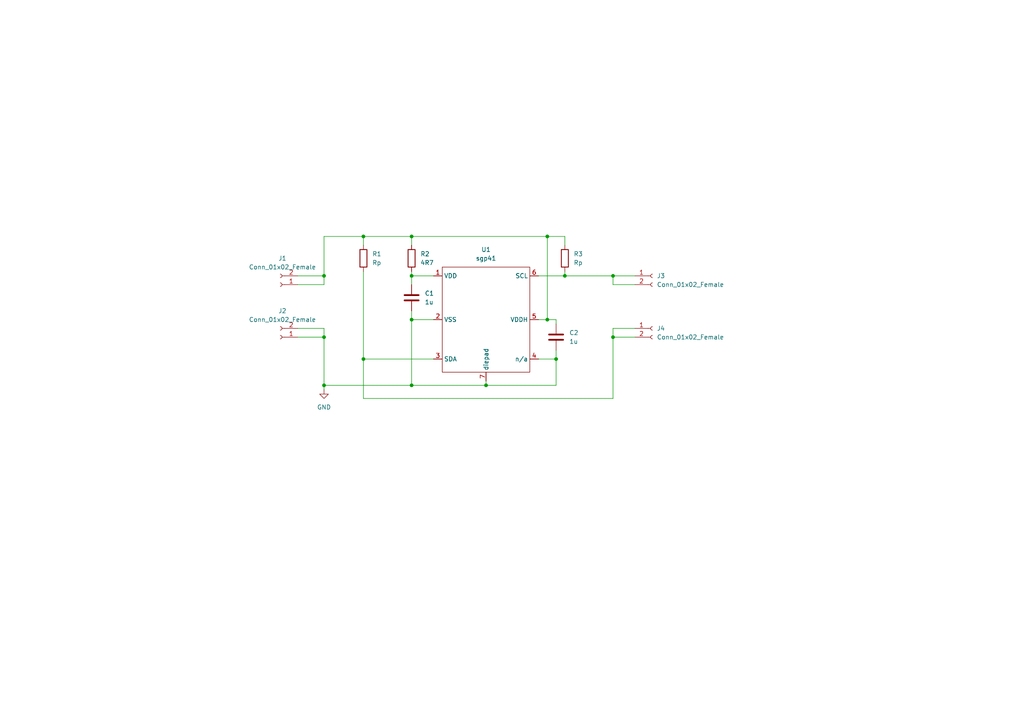
<source format=kicad_sch>
(kicad_sch (version 20211123) (generator eeschema)
  (paper "A4")
  (lib_symbols
    (symbol "Connector:Conn_01x02_Female" (pin_names (offset 1.016) hide)
      (property "Reference" "J" (at 0 2.54 0))
      (property "Value" "Conn_01x02_Female" (at 0 -5.08 0))
      (symbol "Conn_01x02_Female_1_1"
        (arc (start 0 -2.032) (mid -0.508 -2.54) (end 0 -3.048) (stroke (width 0.1524)))
        (polyline (pts (xy -1.27 -2.54) (xy -0.508 -2.54)) (stroke (width 0.1524)))
        (polyline (pts (xy -1.27 0) (xy -0.508 0)) (stroke (width 0.1524)))
        (arc (start 0 0.508) (mid -0.508 0) (end 0 -0.508) (stroke (width 0.1524)))
        (pin passive line (at -5.08 0 0) (length 3.81) (name "Pin_1") (number "1"))
        (pin passive line (at -5.08 -2.54 0) (length 3.81) (name "Pin_2") (number "2"))
      )
    )
    (symbol "Device:C" (pin_numbers hide) (pin_names (offset 0.254))
      (property "Reference" "C" (at 0.635 2.54 0))
      (property "Value" "C" (at 0.635 -2.54 0))
      (symbol "C_0_1"
        (polyline (pts (xy -2.032 -0.762) (xy 2.032 -0.762)) (stroke (width 0.508)))
        (polyline (pts (xy -2.032 0.762) (xy 2.032 0.762)) (stroke (width 0.508)))
      )
      (symbol "C_1_1"
        (pin passive line (at 0 3.81 270) (length 2.794) (name "~") (number "1"))
        (pin passive line (at 0 -3.81 90) (length 2.794) (name "~") (number "2"))
      )
    )
    (symbol "Device:R" (pin_numbers hide) (pin_names (offset 0))
      (property "Reference" "R" (at 2.032 0 90))
      (property "Value" "R" (at 0 0 90))
      (symbol "R_0_1"
        (rectangle (start -1.016 -2.54) (end 1.016 2.54) (stroke (width 0.254)))
      )
      (symbol "R_1_1"
        (pin passive line (at 0 3.81 270) (length 1.27) (name "~") (number "1"))
        (pin passive line (at 0 -3.81 90) (length 1.27) (name "~") (number "2"))
      )
    )
    (symbol "city_node:sgp41"
      (property "Reference" "U1" (at -0.635 10.16 0))
      (property "Value" "sgp41" (at -0.635 7.62 0))
      (symbol "sgp41_0_1"
        (rectangle (start -20.32 17.78) (end 5.08 -12.7))
      )
      (symbol "sgp41_1_1"
        (pin input line (at -22.86 15.24 0) (length 2.54) (name "VDD") (number "1"))
        (pin input line (at -22.86 2.54 0) (length 2.54) (name "VSS") (number "2"))
        (pin input line (at -22.86 -8.89 0) (length 2.54) (name "SDA") (number "3"))
        (pin input line (at 7.62 -8.89 180) (length 2.54) (name "n/a") (number "4"))
        (pin input line (at 7.62 2.54 180) (length 2.54) (name "VDDH") (number "5"))
        (pin input line (at 7.62 15.24 180) (length 2.54) (name "SCL") (number "6"))
        (pin input line (at -7.62 -15.24 90) (length 2.54) (name "diepad") (number "7"))
      )
    )
    (symbol "power:GND" (power) (pin_names (offset 0))
      (property "Value" "GND" (at 0 -3.81 0))
      (symbol "GND_0_1"
        (polyline (pts (xy 0 0) (xy 0 -1.27) (xy 1.27 -1.27) (xy 0 -2.54) (xy -1.27 -1.27) (xy 0 -1.27)))
      )
      (symbol "GND_1_1"
        (pin power_in line (at 0 0 270) (length 0) hide (name "GND") (number "1"))
      )
    )
  )
  (junction (at 177.8 80.01))
  (junction (at 140.97 111.76))
  (junction (at 93.98 97.79))
  (junction (at 105.41 104.14))
  (junction (at 93.98 111.76))
  (junction (at 161.29 104.14))
  (junction (at 93.98 80.01))
  (junction (at 119.38 68.58))
  (junction (at 163.83 80.01))
  (junction (at 158.75 92.71))
  (junction (at 105.41 68.58))
  (junction (at 119.38 111.76))
  (junction (at 119.38 80.01))
  (junction (at 119.38 92.71))
  (junction (at 177.8 97.79))
  (junction (at 158.75 68.58))
  (wire (pts (xy 119.38 80.01) (xy 125.73 80.01)))
  (wire (pts (xy 93.98 68.58) (xy 105.41 68.58)))
  (wire (pts (xy 86.36 82.55) (xy 93.98 82.55)))
  (wire (pts (xy 177.8 115.57) (xy 177.8 97.79)))
  (wire (pts (xy 105.41 78.74) (xy 105.41 104.14)))
  (wire (pts (xy 163.83 80.01) (xy 163.83 78.74)))
  (wire (pts (xy 140.97 111.76) (xy 119.38 111.76)))
  (wire (pts (xy 156.21 104.14) (xy 161.29 104.14)))
  (wire (pts (xy 158.75 92.71) (xy 161.29 92.71)))
  (wire (pts (xy 93.98 80.01) (xy 93.98 68.58)))
  (wire (pts (xy 93.98 80.01) (xy 93.98 82.55)))
  (wire (pts (xy 119.38 111.76) (xy 119.38 92.71)))
  (wire (pts (xy 105.41 115.57) (xy 177.8 115.57)))
  (wire (pts (xy 156.21 80.01) (xy 163.83 80.01)))
  (wire (pts (xy 158.75 68.58) (xy 163.83 68.58)))
  (wire (pts (xy 119.38 92.71) (xy 119.38 90.17)))
  (wire (pts (xy 93.98 111.76) (xy 119.38 111.76)))
  (wire (pts (xy 163.83 68.58) (xy 163.83 71.12)))
  (wire (pts (xy 119.38 80.01) (xy 119.38 82.55)))
  (wire (pts (xy 86.36 95.25) (xy 93.98 95.25)))
  (wire (pts (xy 177.8 82.55) (xy 184.15 82.55)))
  (wire (pts (xy 86.36 97.79) (xy 93.98 97.79)))
  (wire (pts (xy 119.38 92.71) (xy 125.73 92.71)))
  (wire (pts (xy 177.8 97.79) (xy 184.15 97.79)))
  (wire (pts (xy 158.75 92.71) (xy 158.75 68.58)))
  (wire (pts (xy 177.8 97.79) (xy 177.8 95.25)))
  (wire (pts (xy 156.21 92.71) (xy 158.75 92.71)))
  (wire (pts (xy 93.98 111.76) (xy 93.98 113.03)))
  (wire (pts (xy 161.29 92.71) (xy 161.29 93.98)))
  (wire (pts (xy 105.41 71.12) (xy 105.41 68.58)))
  (wire (pts (xy 140.97 111.76) (xy 161.29 111.76)))
  (wire (pts (xy 93.98 95.25) (xy 93.98 97.79)))
  (wire (pts (xy 119.38 78.74) (xy 119.38 80.01)))
  (wire (pts (xy 119.38 68.58) (xy 158.75 68.58)))
  (wire (pts (xy 177.8 95.25) (xy 184.15 95.25)))
  (wire (pts (xy 93.98 97.79) (xy 93.98 111.76)))
  (wire (pts (xy 86.36 80.01) (xy 93.98 80.01)))
  (wire (pts (xy 161.29 104.14) (xy 161.29 101.6)))
  (wire (pts (xy 163.83 80.01) (xy 177.8 80.01)))
  (wire (pts (xy 119.38 68.58) (xy 119.38 71.12)))
  (wire (pts (xy 161.29 111.76) (xy 161.29 104.14)))
  (wire (pts (xy 105.41 104.14) (xy 105.41 115.57)))
  (wire (pts (xy 105.41 68.58) (xy 119.38 68.58)))
  (wire (pts (xy 177.8 80.01) (xy 177.8 82.55)))
  (wire (pts (xy 140.97 110.49) (xy 140.97 111.76)))
  (wire (pts (xy 105.41 104.14) (xy 125.73 104.14)))
  (wire (pts (xy 177.8 80.01) (xy 184.15 80.01)))
  (symbol (lib_id "city_node:sgp41") (at 148.59 95.25 0) (unit 1)
    (property "Reference" "U1" (at 140.97 72.39 0))
    (property "Value" "sgp41" (at 140.97 74.93 0))
    (property "Footprint" "city_node_footprints:sgp41" (effects hide))
  )
  (symbol (lib_id "Device:R") (at 119.38 74.93 180) (unit 1)
    (property "Reference" "R2" (at 121.92 73.6599 0) (effects (justify right)))
    (property "Value" "4R7" (at 121.92 76.1999 0) (effects (justify right)))
    (property "Footprint" "Resistor_SMD:R_0805_2012Metric" (effects hide))
  )
  (symbol (lib_id "Device:R") (at 105.41 74.93 0) (unit 1)
    (property "Reference" "R1" (at 107.95 73.6599 0) (effects (justify left)))
    (property "Value" "Rp" (at 107.95 76.1999 0) (effects (justify left)))
    (property "Footprint" "Resistor_SMD:R_0805_2012Metric" (effects hide))
  )
  (symbol (lib_id "power:GND") (at 93.98 113.03 0) (unit 1)
    (property "Reference" "#PWR0101" (effects hide))
    (property "Value" "GND" (at 93.98 118.11 0))
  )
  (symbol (lib_id "Connector:Conn_01x02_Female") (at 189.23 95.25 0) (unit 1)
    (property "Reference" "J4" (at 190.5 95.2499 0) (effects (justify left)))
    (property "Value" "Conn_01x02_Female" (at 190.5 97.7899 0) (effects (justify left)))
    (property "Footprint" "Connector_PinHeader_2.54mm:PinHeader_1x02_P2.54mm_Vertical" (effects hide))
  )
  (symbol (lib_id "Device:C") (at 119.38 86.36 180) (unit 1)
    (property "Reference" "C1" (at 123.19 85.0899 0) (effects (justify right)))
    (property "Value" "1u" (at 123.19 87.6299 0) (effects (justify right)))
    (property "Footprint" "Capacitor_SMD:C_0805_2012Metric" (effects hide))
  )
  (symbol (lib_id "Connector:Conn_01x02_Female") (at 81.28 97.79 180) (unit 1)
    (property "Reference" "J2" (at 81.915 90.17 0))
    (property "Value" "Conn_01x02_Female" (at 81.915 92.71 0))
    (property "Footprint" "Connector_PinHeader_2.54mm:PinHeader_1x02_P2.54mm_Vertical" (effects hide))
  )
  (symbol (lib_id "Connector:Conn_01x02_Female") (at 189.23 80.01 0) (unit 1)
    (property "Reference" "J3" (at 190.5 80.0099 0) (effects (justify left)))
    (property "Value" "Conn_01x02_Female" (at 190.5 82.5499 0) (effects (justify left)))
    (property "Footprint" "Connector_PinHeader_2.54mm:PinHeader_1x02_P2.54mm_Vertical" (effects hide))
  )
  (symbol (lib_id "Connector:Conn_01x02_Female") (at 81.28 82.55 180) (unit 1)
    (property "Reference" "J1" (at 81.915 74.93 0))
    (property "Value" "Conn_01x02_Female" (at 81.915 77.47 0))
    (property "Footprint" "Connector_PinHeader_2.54mm:PinHeader_1x02_P2.54mm_Vertical" (effects hide))
  )
  (symbol (lib_id "Device:C") (at 161.29 97.79 0) (unit 1)
    (property "Reference" "C2" (at 165.1 96.5199 0) (effects (justify left)))
    (property "Value" "1u" (at 165.1 99.0599 0) (effects (justify left)))
    (property "Footprint" "Capacitor_SMD:C_0805_2012Metric" (effects hide))
  )
  (symbol (lib_id "Device:R") (at 163.83 74.93 0) (unit 1)
    (property "Reference" "R3" (at 166.37 73.6599 0) (effects (justify left)))
    (property "Value" "Rp" (at 166.37 76.1999 0) (effects (justify left)))
    (property "Footprint" "Resistor_SMD:R_0805_2012Metric" (effects hide))
  )
)
</source>
